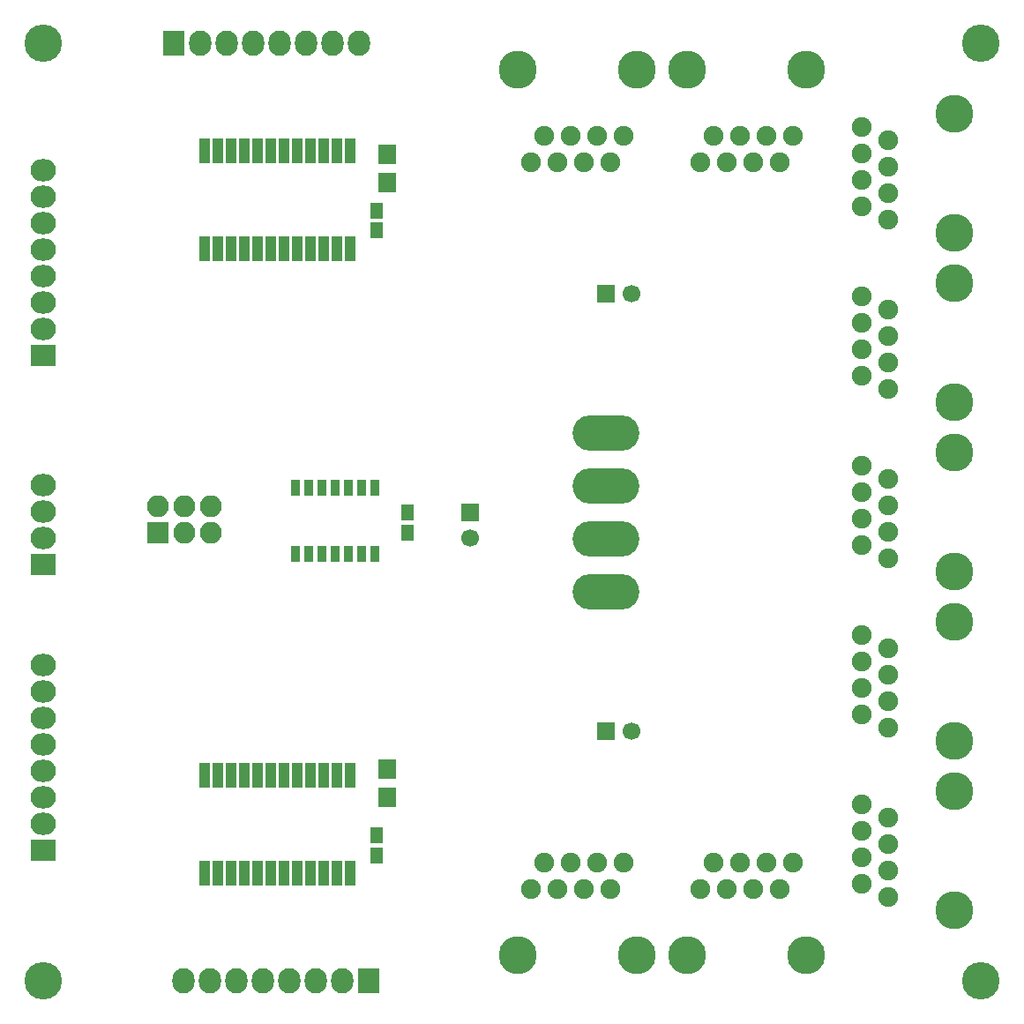
<source format=gts>
G04 #@! TF.FileFunction,Soldermask,Top*
%FSLAX46Y46*%
G04 Gerber Fmt 4.6, Leading zero omitted, Abs format (unit mm)*
G04 Created by KiCad (PCBNEW 4.0.7-e2-6376~58~ubuntu17.04.1) date Sun Oct 29 20:56:10 2017*
%MOMM*%
%LPD*%
G01*
G04 APERTURE LIST*
%ADD10C,0.100000*%
%ADD11R,1.150000X1.600000*%
%ADD12R,0.908000X1.543000*%
%ADD13R,1.000000X2.400000*%
%ADD14R,2.432000X2.127200*%
%ADD15O,2.432000X2.127200*%
%ADD16R,2.127200X2.432000*%
%ADD17O,2.127200X2.432000*%
%ADD18R,1.700000X1.900000*%
%ADD19C,1.700000*%
%ADD20R,1.700000X1.700000*%
%ADD21O,6.400000X3.400000*%
%ADD22C,3.650000*%
%ADD23C,1.900000*%
%ADD24R,2.100000X2.100000*%
%ADD25O,2.100000X2.100000*%
%ADD26C,3.600000*%
G04 APERTURE END LIST*
D10*
D11*
X57000000Y-102950000D03*
X57000000Y-101050000D03*
X60000000Y-70050000D03*
X60000000Y-71950000D03*
X57000000Y-42950000D03*
X57000000Y-41050000D03*
D12*
X56810000Y-67698000D03*
X55540000Y-67698000D03*
X54270000Y-67698000D03*
X53000000Y-67698000D03*
X51730000Y-67698000D03*
X50460000Y-67698000D03*
X49190000Y-67698000D03*
X49190000Y-74048000D03*
X50460000Y-74048000D03*
X53000000Y-74048000D03*
X54270000Y-74048000D03*
X55540000Y-74048000D03*
X56810000Y-74048000D03*
X51730000Y-74048000D03*
D13*
X54485000Y-95300000D03*
X53215000Y-95300000D03*
X51945000Y-95300000D03*
X50675000Y-95300000D03*
X49405000Y-95300000D03*
X48135000Y-95300000D03*
X46865000Y-95300000D03*
X45595000Y-95300000D03*
X44325000Y-95300000D03*
X43055000Y-95300000D03*
X41785000Y-95300000D03*
X40515000Y-95300000D03*
X40515000Y-104700000D03*
X41785000Y-104700000D03*
X43055000Y-104700000D03*
X44325000Y-104700000D03*
X45595000Y-104700000D03*
X46865000Y-104700000D03*
X48135000Y-104700000D03*
X49405000Y-104700000D03*
X50675000Y-104700000D03*
X51945000Y-104700000D03*
X53215000Y-104700000D03*
X54485000Y-104700000D03*
X54485000Y-35300000D03*
X53215000Y-35300000D03*
X51945000Y-35300000D03*
X50675000Y-35300000D03*
X49405000Y-35300000D03*
X48135000Y-35300000D03*
X46865000Y-35300000D03*
X45595000Y-35300000D03*
X44325000Y-35300000D03*
X43055000Y-35300000D03*
X41785000Y-35300000D03*
X40515000Y-35300000D03*
X40515000Y-44700000D03*
X41785000Y-44700000D03*
X43055000Y-44700000D03*
X44325000Y-44700000D03*
X45595000Y-44700000D03*
X46865000Y-44700000D03*
X48135000Y-44700000D03*
X49405000Y-44700000D03*
X50675000Y-44700000D03*
X51945000Y-44700000D03*
X53215000Y-44700000D03*
X54485000Y-44700000D03*
D14*
X25000000Y-102500000D03*
D15*
X25000000Y-99960000D03*
X25000000Y-97420000D03*
X25000000Y-94880000D03*
X25000000Y-92340000D03*
X25000000Y-89800000D03*
X25000000Y-87260000D03*
X25000000Y-84720000D03*
D16*
X56250000Y-115000000D03*
D17*
X53710000Y-115000000D03*
X51170000Y-115000000D03*
X48630000Y-115000000D03*
X46090000Y-115000000D03*
X43550000Y-115000000D03*
X41010000Y-115000000D03*
X38470000Y-115000000D03*
D16*
X37500000Y-25000000D03*
D17*
X40040000Y-25000000D03*
X42580000Y-25000000D03*
X45120000Y-25000000D03*
X47660000Y-25000000D03*
X50200000Y-25000000D03*
X52740000Y-25000000D03*
X55280000Y-25000000D03*
D14*
X25000000Y-75000000D03*
D15*
X25000000Y-72460000D03*
X25000000Y-69920000D03*
X25000000Y-67380000D03*
D14*
X25000000Y-55000000D03*
D15*
X25000000Y-52460000D03*
X25000000Y-49920000D03*
X25000000Y-47380000D03*
X25000000Y-44840000D03*
X25000000Y-42300000D03*
X25000000Y-39760000D03*
X25000000Y-37220000D03*
D18*
X58000000Y-94650000D03*
X58000000Y-97350000D03*
X58000000Y-35650000D03*
X58000000Y-38350000D03*
D19*
X81500000Y-91000000D03*
D20*
X79000000Y-91000000D03*
D19*
X81500000Y-49000000D03*
D20*
X79000000Y-49000000D03*
D21*
X79000000Y-67460000D03*
X79000000Y-62380000D03*
X79000000Y-72540000D03*
X79000000Y-77620000D03*
D19*
X66000000Y-72500000D03*
D20*
X66000000Y-70000000D03*
D22*
X112500000Y-96785000D03*
X112500000Y-108215000D03*
D23*
X103610000Y-98055000D03*
X106150000Y-99325000D03*
X103610000Y-100595000D03*
X106150000Y-101865000D03*
X103610000Y-103135000D03*
X106150000Y-104405000D03*
X103610000Y-105675000D03*
X106150000Y-106945000D03*
D22*
X98215000Y-112500000D03*
X86785000Y-112500000D03*
D23*
X96945000Y-103610000D03*
X95675000Y-106150000D03*
X94405000Y-103610000D03*
X93135000Y-106150000D03*
X91865000Y-103610000D03*
X90595000Y-106150000D03*
X89325000Y-103610000D03*
X88055000Y-106150000D03*
D22*
X112500000Y-64285000D03*
X112500000Y-75715000D03*
D23*
X103610000Y-65555000D03*
X106150000Y-66825000D03*
X103610000Y-68095000D03*
X106150000Y-69365000D03*
X103610000Y-70635000D03*
X106150000Y-71905000D03*
X103610000Y-73175000D03*
X106150000Y-74445000D03*
D22*
X112500000Y-80535000D03*
X112500000Y-91965000D03*
D23*
X103610000Y-81805000D03*
X106150000Y-83075000D03*
X103610000Y-84345000D03*
X106150000Y-85615000D03*
X103610000Y-86885000D03*
X106150000Y-88155000D03*
X103610000Y-89425000D03*
X106150000Y-90695000D03*
D22*
X81965000Y-112500000D03*
X70535000Y-112500000D03*
D23*
X80695000Y-103610000D03*
X79425000Y-106150000D03*
X78155000Y-103610000D03*
X76885000Y-106150000D03*
X75615000Y-103610000D03*
X74345000Y-106150000D03*
X73075000Y-103610000D03*
X71805000Y-106150000D03*
D22*
X112500000Y-48035000D03*
X112500000Y-59465000D03*
D23*
X103610000Y-49305000D03*
X106150000Y-50575000D03*
X103610000Y-51845000D03*
X106150000Y-53115000D03*
X103610000Y-54385000D03*
X106150000Y-55655000D03*
X103610000Y-56925000D03*
X106150000Y-58195000D03*
D22*
X112500000Y-31785000D03*
X112500000Y-43215000D03*
D23*
X103610000Y-33055000D03*
X106150000Y-34325000D03*
X103610000Y-35595000D03*
X106150000Y-36865000D03*
X103610000Y-38135000D03*
X106150000Y-39405000D03*
X103610000Y-40675000D03*
X106150000Y-41945000D03*
D22*
X70535000Y-27500000D03*
X81965000Y-27500000D03*
D23*
X71805000Y-36390000D03*
X73075000Y-33850000D03*
X74345000Y-36390000D03*
X75615000Y-33850000D03*
X76885000Y-36390000D03*
X78155000Y-33850000D03*
X79425000Y-36390000D03*
X80695000Y-33850000D03*
D22*
X86785000Y-27500000D03*
X98215000Y-27500000D03*
D23*
X88055000Y-36390000D03*
X89325000Y-33850000D03*
X90595000Y-36390000D03*
X91865000Y-33850000D03*
X93135000Y-36390000D03*
X94405000Y-33850000D03*
X95675000Y-36390000D03*
X96945000Y-33850000D03*
D24*
X36000000Y-72000000D03*
D25*
X36000000Y-69460000D03*
X38540000Y-72000000D03*
X38540000Y-69460000D03*
X41080000Y-72000000D03*
X41080000Y-69460000D03*
D26*
X115000000Y-25000000D03*
X25000000Y-25000000D03*
X25000000Y-115000000D03*
X115000000Y-115000000D03*
M02*

</source>
